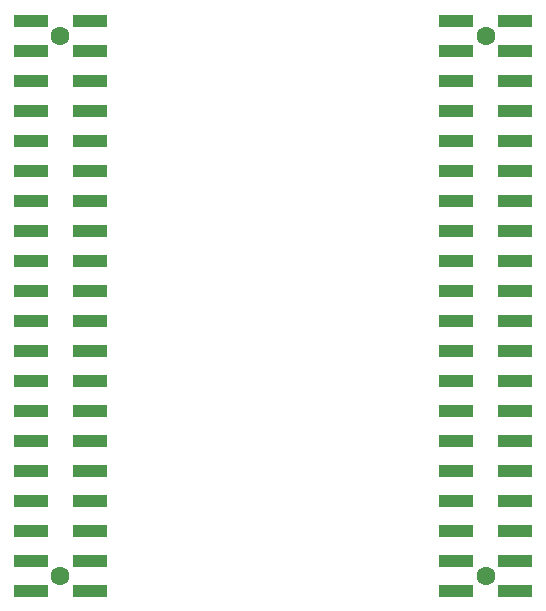
<source format=gbr>
G04 #@! TF.GenerationSoftware,KiCad,Pcbnew,8.0.1-8.0.1-1~ubuntu22.04.1*
G04 #@! TF.CreationDate,2024-04-10T22:34:19-04:00*
G04 #@! TF.ProjectId,breakout-tt4-qfn,62726561-6b6f-4757-942d-7474342d7166,3.3*
G04 #@! TF.SameCoordinates,PX2dc6c00PY42c1d80*
G04 #@! TF.FileFunction,Soldermask,Bot*
G04 #@! TF.FilePolarity,Negative*
%FSLAX46Y46*%
G04 Gerber Fmt 4.6, Leading zero omitted, Abs format (unit mm)*
G04 Created by KiCad (PCBNEW 8.0.1-8.0.1-1~ubuntu22.04.1) date 2024-04-10 22:34:19*
%MOMM*%
%LPD*%
G01*
G04 APERTURE LIST*
%ADD10C,1.600000*%
%ADD11R,3.000000X1.000000*%
G04 APERTURE END LIST*
D10*
X40500000Y3140000D03*
X40500000Y48860000D03*
D11*
X37980000Y50130000D03*
X43020000Y50130000D03*
X37980000Y47590000D03*
X43020000Y47590000D03*
X37980000Y45050000D03*
X43020000Y45050000D03*
X37980000Y42510000D03*
X43020000Y42510000D03*
X37980000Y39970000D03*
X43020000Y39970000D03*
X37980000Y37430000D03*
X43020000Y37430000D03*
X37980000Y34890000D03*
X43020000Y34890000D03*
X37980000Y32350000D03*
X43020000Y32350000D03*
X37980000Y29810000D03*
X43020000Y29810000D03*
X37980000Y27270000D03*
X43020000Y27270000D03*
X37980000Y24730000D03*
X43020000Y24730000D03*
X37980000Y22190000D03*
X43020000Y22190000D03*
X37980000Y19650000D03*
X43020000Y19650000D03*
X37980000Y17110000D03*
X43020000Y17110000D03*
X37980000Y14570000D03*
X43020000Y14570000D03*
X37980000Y12030000D03*
X43020000Y12030000D03*
X37980000Y9490000D03*
X43020000Y9490000D03*
X37980000Y6950000D03*
X43020000Y6950000D03*
X37980000Y4410000D03*
X43020000Y4410000D03*
X37980000Y1870000D03*
X43020000Y1870000D03*
D10*
X4500000Y3140000D03*
X4500000Y48860000D03*
D11*
X1980000Y50130000D03*
X7020000Y50130000D03*
X1980000Y47590000D03*
X7020000Y47590000D03*
X1980000Y45050000D03*
X7020000Y45050000D03*
X1980000Y42510000D03*
X7020000Y42510000D03*
X1980000Y39970000D03*
X7020000Y39970000D03*
X1980000Y37430000D03*
X7020000Y37430000D03*
X1980000Y34890000D03*
X7020000Y34890000D03*
X1980000Y32350000D03*
X7020000Y32350000D03*
X1980000Y29810000D03*
X7020000Y29810000D03*
X1980000Y27270000D03*
X7020000Y27270000D03*
X1980000Y24730000D03*
X7020000Y24730000D03*
X1980000Y22190000D03*
X7020000Y22190000D03*
X1980000Y19650000D03*
X7020000Y19650000D03*
X1980000Y17110000D03*
X7020000Y17110000D03*
X1980000Y14570000D03*
X7020000Y14570000D03*
X1980000Y12030000D03*
X7020000Y12030000D03*
X1980000Y9490000D03*
X7020000Y9490000D03*
X1980000Y6950000D03*
X7020000Y6950000D03*
X1980000Y4410000D03*
X7020000Y4410000D03*
X1980000Y1870000D03*
X7020000Y1870000D03*
M02*

</source>
